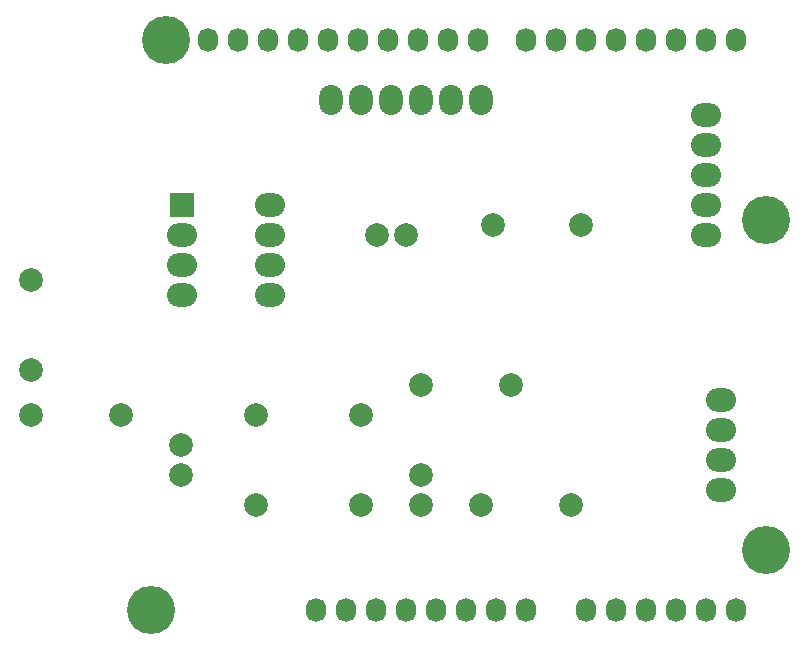
<source format=gbr>
%TF.GenerationSoftware,KiCad,Pcbnew,(5.1.10)-1*%
%TF.CreationDate,2022-03-25T14:17:47+01:00*%
%TF.ProjectId,Kicad_capteur_graphite,4b696361-645f-4636-9170-746575725f67,rev?*%
%TF.SameCoordinates,Original*%
%TF.FileFunction,Copper,L1,Top*%
%TF.FilePolarity,Positive*%
%FSLAX46Y46*%
G04 Gerber Fmt 4.6, Leading zero omitted, Abs format (unit mm)*
G04 Created by KiCad (PCBNEW (5.1.10)-1) date 2022-03-25 14:17:47*
%MOMM*%
%LPD*%
G01*
G04 APERTURE LIST*
%TA.AperFunction,ComponentPad*%
%ADD10C,2.000000*%
%TD*%
%TA.AperFunction,ComponentPad*%
%ADD11O,2.540000X2.000000*%
%TD*%
%TA.AperFunction,ComponentPad*%
%ADD12R,2.000000X2.000000*%
%TD*%
%TA.AperFunction,ComponentPad*%
%ADD13O,2.000000X2.540000*%
%TD*%
%TA.AperFunction,ComponentPad*%
%ADD14O,1.727200X2.032000*%
%TD*%
%TA.AperFunction,ComponentPad*%
%ADD15C,4.064000*%
%TD*%
G04 APERTURE END LIST*
D10*
%TO.P,C4,2*%
%TO.N,ADC*%
X153898000Y-91265000D03*
%TO.P,C4,1*%
%TO.N,GND*%
X161398000Y-91265000D03*
%TD*%
%TO.P,C3,2*%
%TO.N,Net-(C3-Pad2)*%
X147828000Y-112435000D03*
%TO.P,C3,1*%
%TO.N,IN-*%
X147828000Y-114935000D03*
%TD*%
%TO.P,C2,2*%
%TO.N,+5V*%
X144058000Y-92075000D03*
%TO.P,C2,1*%
%TO.N,GND*%
X146558000Y-92075000D03*
%TD*%
%TO.P,C1,2*%
%TO.N,IN+*%
X127508000Y-109895000D03*
%TO.P,C1,1*%
%TO.N,GND*%
X127508000Y-112395000D03*
%TD*%
D11*
%TO.P,U4,5*%
%TO.N,GND*%
X171958000Y-92075000D03*
%TO.P,U4,4*%
%TO.N,+5V*%
X171958000Y-89535000D03*
%TO.P,U4,3*%
%TO.N,SWITCH*%
X171958000Y-86995000D03*
%TO.P,U4,2*%
%TO.N,DATA*%
X171958000Y-84455000D03*
%TO.P,U4,1*%
%TO.N,CLK*%
X171958000Y-81915000D03*
%TD*%
%TO.P,U3,4*%
%TO.N,GND*%
X127558000Y-97155000D03*
%TO.P,U3,5*%
%TO.N,Net-(U3-Pad5)*%
X135078000Y-97155000D03*
%TO.P,U3,3*%
%TO.N,IN+*%
X127558000Y-94615000D03*
%TO.P,U3,6*%
%TO.N,Net-(C3-Pad2)*%
X135078000Y-94615000D03*
%TO.P,U3,2*%
%TO.N,IN-*%
X127558000Y-92075000D03*
%TO.P,U3,7*%
%TO.N,+5V*%
X135078000Y-92075000D03*
D12*
%TO.P,U3,1*%
%TO.N,Net-(U3-Pad1)*%
X127558000Y-89535000D03*
D11*
%TO.P,U3,8*%
%TO.N,Net-(U3-Pad8)*%
X135078000Y-89535000D03*
%TD*%
D13*
%TO.P,U2,6*%
%TO.N,N/C*%
X152908000Y-80645000D03*
%TO.P,U2,5*%
X150368000Y-80645000D03*
%TO.P,U2,4*%
%TO.N,TX*%
X147828000Y-80645000D03*
%TO.P,U2,3*%
%TO.N,RX*%
X145288000Y-80645000D03*
%TO.P,U2,2*%
%TO.N,GND*%
X142748000Y-80645000D03*
%TO.P,U2,1*%
%TO.N,+5V*%
X140208000Y-80645000D03*
%TD*%
D11*
%TO.P,U1,4*%
%TO.N,SDA*%
X173228000Y-113665000D03*
%TO.P,U1,3*%
%TO.N,SCK*%
X173228000Y-111125000D03*
%TO.P,U1,2*%
%TO.N,+5V*%
X173228000Y-108585000D03*
%TO.P,U1,1*%
%TO.N,GND*%
X173228000Y-106045000D03*
%TD*%
D10*
%TO.P,R6,2*%
%TO.N,IN-*%
X152908000Y-114935000D03*
%TO.P,R6,1*%
%TO.N,GND*%
X160528000Y-114935000D03*
%TD*%
%TO.P,R5,2*%
%TO.N,Net-(C3-Pad2)*%
X147828000Y-104775000D03*
%TO.P,R5,1*%
%TO.N,ADC*%
X155448000Y-104775000D03*
%TD*%
%TO.P,R4,2*%
%TO.N,IN-*%
X142748000Y-114935000D03*
%TO.P,R4,1*%
%TO.N,Net-(C3-Pad2)*%
X142748000Y-107315000D03*
%TD*%
%TO.P,R3,2*%
%TO.N,GND*%
X133858000Y-114935000D03*
%TO.P,R3,1*%
%TO.N,IN+*%
X133858000Y-107315000D03*
%TD*%
%TO.P,R2,2*%
%TO.N,Net-(R1-Pad2)*%
X114808000Y-107315000D03*
%TO.P,R2,1*%
%TO.N,IN+*%
X122428000Y-107315000D03*
%TD*%
%TO.P,R1,2*%
%TO.N,Net-(R1-Pad2)*%
X114808000Y-103505000D03*
%TO.P,R1,1*%
%TO.N,+5V*%
X114808000Y-95885000D03*
%TD*%
D14*
%TO.P,P1,1*%
%TO.N,Net-(P1-Pad1)*%
X138938000Y-123825000D03*
%TO.P,P1,2*%
%TO.N,/IOREF*%
X141478000Y-123825000D03*
%TO.P,P1,3*%
%TO.N,/Reset*%
X144018000Y-123825000D03*
%TO.P,P1,4*%
%TO.N,+3V3*%
X146558000Y-123825000D03*
%TO.P,P1,5*%
%TO.N,+5V*%
X149098000Y-123825000D03*
%TO.P,P1,6*%
%TO.N,GND*%
X151638000Y-123825000D03*
%TO.P,P1,7*%
X154178000Y-123825000D03*
%TO.P,P1,8*%
%TO.N,/Vin*%
X156718000Y-123825000D03*
%TD*%
%TO.P,P2,1*%
%TO.N,ADC*%
X161798000Y-123825000D03*
%TO.P,P2,2*%
%TO.N,/A1*%
X164338000Y-123825000D03*
%TO.P,P2,3*%
%TO.N,/A2*%
X166878000Y-123825000D03*
%TO.P,P2,4*%
%TO.N,/A3*%
X169418000Y-123825000D03*
%TO.P,P2,5*%
%TO.N,SDA*%
X171958000Y-123825000D03*
%TO.P,P2,6*%
%TO.N,SCK*%
X174498000Y-123825000D03*
%TD*%
%TO.P,P3,1*%
%TO.N,/A5_SCL*%
X129794000Y-75565000D03*
%TO.P,P3,2*%
%TO.N,/A4_SDA*%
X132334000Y-75565000D03*
%TO.P,P3,3*%
%TO.N,/AREF*%
X134874000Y-75565000D03*
%TO.P,P3,4*%
%TO.N,GND*%
X137414000Y-75565000D03*
%TO.P,P3,5*%
%TO.N,/13(SCK)*%
X139954000Y-75565000D03*
%TO.P,P3,6*%
%TO.N,/12(MISO)*%
X142494000Y-75565000D03*
%TO.P,P3,7*%
%TO.N,RX*%
X145034000Y-75565000D03*
%TO.P,P3,8*%
%TO.N,TX*%
X147574000Y-75565000D03*
%TO.P,P3,9*%
%TO.N,/9(\u002A\u002A)*%
X150114000Y-75565000D03*
%TO.P,P3,10*%
%TO.N,/8*%
X152654000Y-75565000D03*
%TD*%
%TO.P,P4,1*%
%TO.N,/7*%
X156718000Y-75565000D03*
%TO.P,P4,2*%
%TO.N,/6(\u002A\u002A)*%
X159258000Y-75565000D03*
%TO.P,P4,3*%
%TO.N,/5(\u002A\u002A)*%
X161798000Y-75565000D03*
%TO.P,P4,4*%
%TO.N,SWITCH*%
X164338000Y-75565000D03*
%TO.P,P4,5*%
%TO.N,DATA*%
X166878000Y-75565000D03*
%TO.P,P4,6*%
%TO.N,CLK*%
X169418000Y-75565000D03*
%TO.P,P4,7*%
%TO.N,/1(Tx)*%
X171958000Y-75565000D03*
%TO.P,P4,8*%
%TO.N,/0(Rx)*%
X174498000Y-75565000D03*
%TD*%
D15*
%TO.P,P5,1*%
%TO.N,Net-(P5-Pad1)*%
X124968000Y-123825000D03*
%TD*%
%TO.P,P6,1*%
%TO.N,Net-(P6-Pad1)*%
X177038000Y-118745000D03*
%TD*%
%TO.P,P7,1*%
%TO.N,Net-(P7-Pad1)*%
X126238000Y-75565000D03*
%TD*%
%TO.P,P8,1*%
%TO.N,Net-(P8-Pad1)*%
X177038000Y-90805000D03*
%TD*%
M02*

</source>
